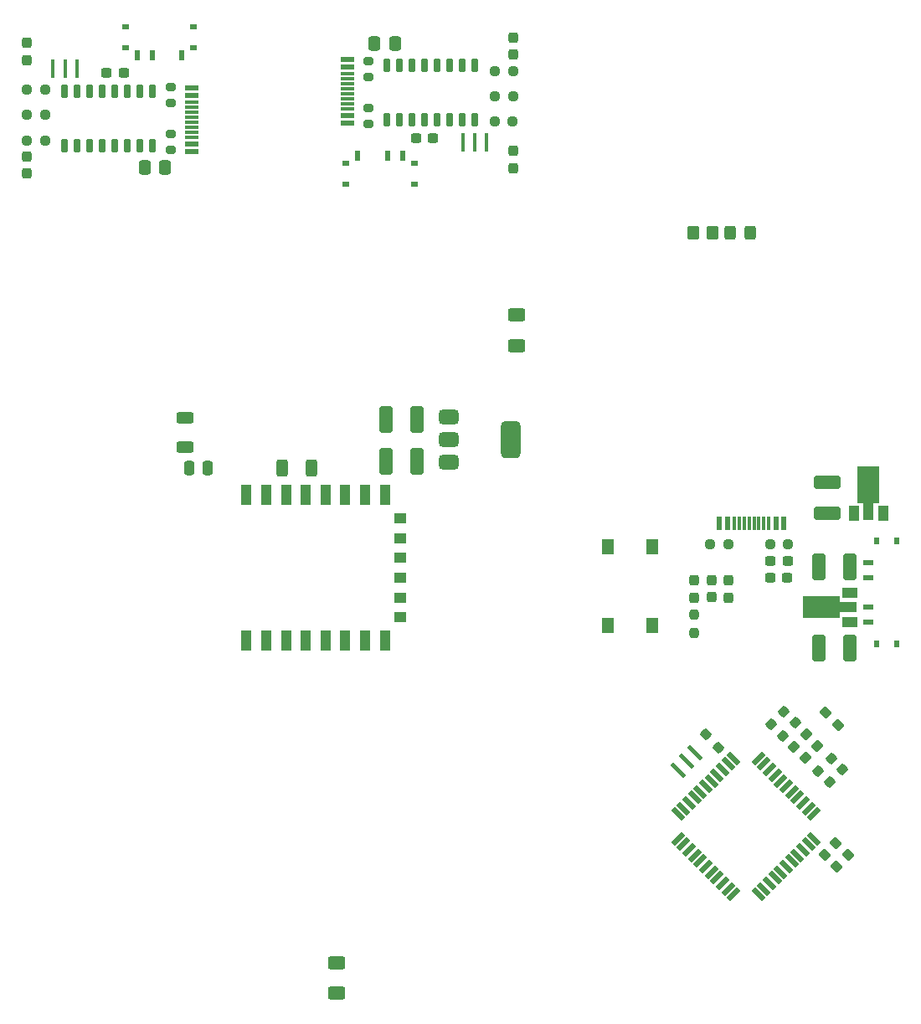
<source format=gbr>
%TF.GenerationSoftware,KiCad,Pcbnew,8.0.3*%
%TF.CreationDate,2024-09-09T16:29:24+03:00*%
%TF.ProjectId,JLC7,4a4c4337-2e6b-4696-9361-645f70636258,rev?*%
%TF.SameCoordinates,Original*%
%TF.FileFunction,Paste,Top*%
%TF.FilePolarity,Positive*%
%FSLAX46Y46*%
G04 Gerber Fmt 4.6, Leading zero omitted, Abs format (unit mm)*
G04 Created by KiCad (PCBNEW 8.0.3) date 2024-09-09 16:29:24*
%MOMM*%
%LPD*%
G01*
G04 APERTURE LIST*
G04 Aperture macros list*
%AMRoundRect*
0 Rectangle with rounded corners*
0 $1 Rounding radius*
0 $2 $3 $4 $5 $6 $7 $8 $9 X,Y pos of 4 corners*
0 Add a 4 corners polygon primitive as box body*
4,1,4,$2,$3,$4,$5,$6,$7,$8,$9,$2,$3,0*
0 Add four circle primitives for the rounded corners*
1,1,$1+$1,$2,$3*
1,1,$1+$1,$4,$5*
1,1,$1+$1,$6,$7*
1,1,$1+$1,$8,$9*
0 Add four rect primitives between the rounded corners*
20,1,$1+$1,$2,$3,$4,$5,0*
20,1,$1+$1,$4,$5,$6,$7,0*
20,1,$1+$1,$6,$7,$8,$9,0*
20,1,$1+$1,$8,$9,$2,$3,0*%
%AMRotRect*
0 Rectangle, with rotation*
0 The origin of the aperture is its center*
0 $1 length*
0 $2 width*
0 $3 Rotation angle, in degrees counterclockwise*
0 Add horizontal line*
21,1,$1,$2,0,0,$3*%
G04 Aperture macros list end*
%ADD10RoundRect,0.237500X0.044194X0.380070X-0.380070X-0.044194X-0.044194X-0.380070X0.380070X0.044194X0*%
%ADD11RoundRect,0.237500X-0.237500X0.300000X-0.237500X-0.300000X0.237500X-0.300000X0.237500X0.300000X0*%
%ADD12RoundRect,0.237500X0.250000X0.237500X-0.250000X0.237500X-0.250000X-0.237500X0.250000X-0.237500X0*%
%ADD13RoundRect,0.250000X-0.625000X0.400000X-0.625000X-0.400000X0.625000X-0.400000X0.625000X0.400000X0*%
%ADD14RoundRect,0.375000X-0.625000X-0.375000X0.625000X-0.375000X0.625000X0.375000X-0.625000X0.375000X0*%
%ADD15RoundRect,0.500000X-0.500000X-1.400000X0.500000X-1.400000X0.500000X1.400000X-0.500000X1.400000X0*%
%ADD16RoundRect,0.200000X-0.275000X0.200000X-0.275000X-0.200000X0.275000X-0.200000X0.275000X0.200000X0*%
%ADD17RoundRect,0.237500X-0.344715X0.008839X0.008839X-0.344715X0.344715X-0.008839X-0.008839X0.344715X0*%
%ADD18RoundRect,0.200000X0.275000X-0.200000X0.275000X0.200000X-0.275000X0.200000X-0.275000X-0.200000X0*%
%ADD19RoundRect,0.237500X0.237500X-0.287500X0.237500X0.287500X-0.237500X0.287500X-0.237500X-0.287500X0*%
%ADD20RoundRect,0.237500X0.237500X-0.250000X0.237500X0.250000X-0.237500X0.250000X-0.237500X-0.250000X0*%
%ADD21R,0.400000X1.900000*%
%ADD22RotRect,0.508000X1.473200X135.000000*%
%ADD23RotRect,0.508000X1.473200X45.000000*%
%ADD24RoundRect,0.237500X0.380070X-0.044194X-0.044194X0.380070X-0.380070X0.044194X0.044194X-0.380070X0*%
%ADD25RoundRect,0.237500X-0.237500X0.287500X-0.237500X-0.287500X0.237500X-0.287500X0.237500X0.287500X0*%
%ADD26RoundRect,0.237500X0.008839X0.344715X-0.344715X-0.008839X-0.008839X-0.344715X0.344715X0.008839X0*%
%ADD27RoundRect,0.237500X-0.250000X-0.237500X0.250000X-0.237500X0.250000X0.237500X-0.250000X0.237500X0*%
%ADD28R,1.000000X0.500000*%
%ADD29R,0.500000X0.800000*%
%ADD30R,0.500000X1.000000*%
%ADD31R,0.800000X0.500000*%
%ADD32R,1.500000X1.000000*%
%ADD33R,3.700000X2.200000*%
%ADD34R,1.800000X1.000000*%
%ADD35RoundRect,0.250000X0.412500X1.100000X-0.412500X1.100000X-0.412500X-1.100000X0.412500X-1.100000X0*%
%ADD36R,1.000000X1.500000*%
%ADD37R,2.200000X3.700000*%
%ADD38R,1.000000X1.800000*%
%ADD39RoundRect,0.250000X-0.337500X-0.475000X0.337500X-0.475000X0.337500X0.475000X-0.337500X0.475000X0*%
%ADD40RoundRect,0.237500X-0.380070X0.044194X0.044194X-0.380070X0.380070X-0.044194X-0.044194X0.380070X0*%
%ADD41RoundRect,0.237500X-0.044194X-0.380070X0.380070X0.044194X0.044194X0.380070X-0.380070X-0.044194X0*%
%ADD42R,0.600000X1.450000*%
%ADD43R,0.300000X1.450000*%
%ADD44RoundRect,0.250000X-0.312500X-0.625000X0.312500X-0.625000X0.312500X0.625000X-0.312500X0.625000X0*%
%ADD45R,0.990600X2.006600*%
%ADD46R,1.295400X0.990600*%
%ADD47RoundRect,0.250000X0.625000X-0.312500X0.625000X0.312500X-0.625000X0.312500X-0.625000X-0.312500X0*%
%ADD48RoundRect,0.237500X-0.008839X-0.344715X0.344715X0.008839X0.008839X0.344715X-0.344715X-0.008839X0*%
%ADD49RotRect,0.400000X1.900000X45.000000*%
%ADD50RoundRect,0.250000X0.337500X0.475000X-0.337500X0.475000X-0.337500X-0.475000X0.337500X-0.475000X0*%
%ADD51RoundRect,0.250000X0.250000X0.475000X-0.250000X0.475000X-0.250000X-0.475000X0.250000X-0.475000X0*%
%ADD52RoundRect,0.250000X-1.100000X0.412500X-1.100000X-0.412500X1.100000X-0.412500X1.100000X0.412500X0*%
%ADD53RoundRect,0.237500X-0.300000X-0.237500X0.300000X-0.237500X0.300000X0.237500X-0.300000X0.237500X0*%
%ADD54RoundRect,0.049600X0.260400X-0.605400X0.260400X0.605400X-0.260400X0.605400X-0.260400X-0.605400X0*%
%ADD55R,1.300000X1.550000*%
%ADD56RoundRect,0.250000X-0.350000X-0.450000X0.350000X-0.450000X0.350000X0.450000X-0.350000X0.450000X0*%
%ADD57R,1.450000X0.600000*%
%ADD58R,1.450000X0.300000*%
%ADD59RoundRect,0.237500X0.300000X0.237500X-0.300000X0.237500X-0.300000X-0.237500X0.300000X-0.237500X0*%
%ADD60RoundRect,0.049600X-0.260400X0.605400X-0.260400X-0.605400X0.260400X-0.605400X0.260400X0.605400X0*%
%ADD61RoundRect,0.237500X0.237500X-0.300000X0.237500X0.300000X-0.237500X0.300000X-0.237500X-0.300000X0*%
%ADD62RoundRect,0.250000X0.325000X0.450000X-0.325000X0.450000X-0.325000X-0.450000X0.325000X-0.450000X0*%
G04 APERTURE END LIST*
D10*
%TO.C,C9*%
X143407464Y-121351068D03*
X142187704Y-122570828D03*
%TD*%
D11*
%TO.C,C4*%
X63465000Y-61780000D03*
X63465000Y-63505000D03*
%TD*%
D12*
%TO.C,R1*%
X65297500Y-54992500D03*
X63472500Y-54992500D03*
%TD*%
D13*
%TO.C,R3*%
X94826320Y-143281180D03*
X94826320Y-146381180D03*
%TD*%
D14*
%TO.C,U4*%
X106110000Y-88127500D03*
X106110000Y-90427500D03*
D15*
X112410000Y-90427500D03*
D14*
X106110000Y-92727500D03*
%TD*%
D16*
%TO.C,R5*%
X98035000Y-56860000D03*
X98035000Y-58510000D03*
%TD*%
D17*
%TO.C,R4*%
X132109765Y-120237271D03*
X133400235Y-121527741D03*
%TD*%
D18*
%TO.C,R5*%
X78050000Y-56377500D03*
X78050000Y-54727500D03*
%TD*%
D19*
%TO.C,D3*%
X132685000Y-106359282D03*
X132685000Y-104609282D03*
%TD*%
D20*
%TO.C,R3*%
X130975000Y-109921782D03*
X130975000Y-108096782D03*
%TD*%
D21*
%TO.C,Y1*%
X68525000Y-52872500D03*
X67325000Y-52872500D03*
X66125000Y-52872500D03*
%TD*%
D22*
%TO.C,U1*%
X143073876Y-128283231D03*
X142517100Y-127726455D03*
X141942364Y-127151718D03*
X141385588Y-126594943D03*
X140810852Y-126020206D03*
X140254076Y-125463430D03*
X139697300Y-124906654D03*
X139122563Y-124331918D03*
X138565788Y-123775142D03*
X137991051Y-123200406D03*
X137434275Y-122643630D03*
D23*
X134955725Y-122643630D03*
X134398949Y-123200406D03*
X133824212Y-123775142D03*
X133267437Y-124331918D03*
X132692700Y-124906654D03*
X132135924Y-125463430D03*
X131579148Y-126020206D03*
X131004412Y-126594943D03*
X130447636Y-127151718D03*
X129872900Y-127726455D03*
X129316124Y-128283231D03*
D22*
X129316124Y-130761781D03*
X129872900Y-131318557D03*
X130447636Y-131893294D03*
X131004412Y-132450069D03*
X131579148Y-133024806D03*
X132135924Y-133581582D03*
X132692700Y-134138358D03*
X133267437Y-134713094D03*
X133824212Y-135269870D03*
X134398949Y-135844606D03*
X134955725Y-136401382D03*
D23*
X137434275Y-136401382D03*
X137991051Y-135844606D03*
X138565788Y-135269870D03*
X139122563Y-134713094D03*
X139697300Y-134138358D03*
X140254076Y-133581582D03*
X140810852Y-133024806D03*
X141385588Y-132450069D03*
X141942364Y-131893294D03*
X142517100Y-131318557D03*
X143073876Y-130761781D03*
%TD*%
D24*
%TO.C,C10*%
X145477464Y-119260828D03*
X144257704Y-118041068D03*
%TD*%
D21*
%TO.C,Y1*%
X107560000Y-60365000D03*
X108760000Y-60365000D03*
X109960000Y-60365000D03*
%TD*%
D19*
%TO.C,D1*%
X130975000Y-106371782D03*
X130975000Y-104621782D03*
%TD*%
D25*
%TO.C,D1*%
X63455000Y-50257500D03*
X63455000Y-52007500D03*
%TD*%
D26*
%TO.C,R7*%
X140030235Y-117904047D03*
X138739765Y-119194517D03*
%TD*%
D27*
%TO.C,R1*%
X138612500Y-101012506D03*
X140437500Y-101012506D03*
%TD*%
D28*
%TO.C,SW1*%
X148574765Y-108862271D03*
X148574765Y-107362271D03*
X148574765Y-104362271D03*
X148574765Y-102862271D03*
D29*
X149374765Y-100662271D03*
X151474765Y-100662271D03*
X151474765Y-111062271D03*
X149374765Y-111062271D03*
%TD*%
D19*
%TO.C,D1*%
X112630000Y-62980000D03*
X112630000Y-61230000D03*
%TD*%
D30*
%TO.C,SW1*%
X96940000Y-61675000D03*
X99940000Y-61675000D03*
X101440000Y-61675000D03*
D31*
X102640000Y-62475000D03*
X102640000Y-64575000D03*
X95740000Y-64575000D03*
X95740000Y-62475000D03*
%TD*%
D32*
%TO.C,U3*%
X146697265Y-108858521D03*
D33*
X143797265Y-107358521D03*
D34*
X146547265Y-107358521D03*
D32*
X146697265Y-105858521D03*
%TD*%
D35*
%TO.C,C3*%
X146699765Y-111468521D03*
X143574765Y-111468521D03*
%TD*%
D36*
%TO.C,U2*%
X147085000Y-97842506D03*
D37*
X148585000Y-94942506D03*
D38*
X148585000Y-97692506D03*
D36*
X150085000Y-97842506D03*
%TD*%
D39*
%TO.C,C5*%
X75397500Y-62915000D03*
X77472500Y-62915000D03*
%TD*%
D13*
%TO.C,R2*%
X112955000Y-77800000D03*
X112955000Y-80900000D03*
%TD*%
D40*
%TO.C,C7*%
X144141111Y-132377450D03*
X145360871Y-133597210D03*
%TD*%
D41*
%TO.C,C8*%
X141035120Y-121432386D03*
X142254880Y-120212626D03*
%TD*%
D18*
%TO.C,R4*%
X98045000Y-53760000D03*
X98045000Y-52110000D03*
%TD*%
D42*
%TO.C,J1*%
X140005000Y-98857506D03*
X139205000Y-98857506D03*
D43*
X138005000Y-98857506D03*
X137005000Y-98857506D03*
X136505000Y-98857506D03*
X135505000Y-98857506D03*
D42*
X133505000Y-98857506D03*
X134305000Y-98857506D03*
D43*
X135005000Y-98857506D03*
X136005000Y-98857506D03*
X137505000Y-98857506D03*
X138505000Y-98857506D03*
%TD*%
D26*
%TO.C,R8*%
X141176052Y-119052429D03*
X139885582Y-120342899D03*
%TD*%
D44*
%TO.C,R4*%
X89297802Y-93295300D03*
X92222802Y-93295300D03*
%TD*%
D45*
%TO.C,U1*%
X85680002Y-110715002D03*
X87680001Y-110715002D03*
X89680002Y-110715002D03*
X91680000Y-110715002D03*
X93680002Y-110715002D03*
X95680000Y-110715002D03*
X97680001Y-110715002D03*
X99680000Y-110715002D03*
D46*
X101205001Y-108365001D03*
X101205001Y-106365000D03*
X101205001Y-104365002D03*
X101205001Y-102365000D03*
X101205001Y-100365002D03*
X101205001Y-98365001D03*
D45*
X99680000Y-96015000D03*
X97680001Y-96015000D03*
X95680000Y-96015000D03*
X93680002Y-96015000D03*
X91680000Y-96015000D03*
X89680002Y-96015000D03*
X87680001Y-96015000D03*
X85680000Y-96015000D03*
%TD*%
D35*
%TO.C,C1*%
X146699765Y-103238521D03*
X143574765Y-103238521D03*
%TD*%
D47*
%TO.C,R1*%
X79485302Y-91132800D03*
X79485302Y-88207800D03*
%TD*%
D48*
%TO.C,R5*%
X143497619Y-123933776D03*
X144788089Y-122643306D03*
%TD*%
D49*
%TO.C,Y1*%
X129326472Y-123801034D03*
X130175000Y-122952506D03*
X131023528Y-122103978D03*
%TD*%
D50*
%TO.C,C5*%
X100687500Y-50322500D03*
X98612500Y-50322500D03*
%TD*%
D51*
%TO.C,C1*%
X81780000Y-93290000D03*
X79880000Y-93290000D03*
%TD*%
D27*
%TO.C,R3*%
X63462500Y-60132500D03*
X65287500Y-60132500D03*
%TD*%
D48*
%TO.C,R6*%
X144628990Y-125065147D03*
X145919460Y-123774677D03*
%TD*%
D52*
%TO.C,C6*%
X144425000Y-94717506D03*
X144425000Y-97842506D03*
%TD*%
D35*
%TO.C,C3*%
X102892500Y-88352500D03*
X99767500Y-88352500D03*
%TD*%
D53*
%TO.C,C4*%
X138662500Y-102642506D03*
X140387500Y-102642506D03*
%TD*%
D35*
%TO.C,C2*%
X102892500Y-92602500D03*
X99767500Y-92602500D03*
%TD*%
D54*
%TO.C,U3*%
X99880000Y-58055000D03*
X101150000Y-58055000D03*
X102420000Y-58055000D03*
X103690000Y-58055000D03*
X104960000Y-58055000D03*
X106230000Y-58055000D03*
X107500000Y-58055000D03*
X108770000Y-58055000D03*
X108770000Y-52555000D03*
X107500000Y-52555000D03*
X106230000Y-52555000D03*
X104960000Y-52555000D03*
X103690000Y-52555000D03*
X102420000Y-52555000D03*
X101150000Y-52555000D03*
X99880000Y-52555000D03*
%TD*%
D53*
%TO.C,C3*%
X71542500Y-53312500D03*
X73267500Y-53312500D03*
%TD*%
D55*
%TO.C,SW2*%
X122205000Y-109194282D03*
X122205000Y-101244282D03*
X126705000Y-109194282D03*
X126705000Y-101244282D03*
%TD*%
D16*
%TO.C,R4*%
X78040000Y-59477500D03*
X78040000Y-61127500D03*
%TD*%
D12*
%TO.C,R3*%
X112622500Y-53105000D03*
X110797500Y-53105000D03*
%TD*%
D30*
%TO.C,SW1*%
X79145000Y-51562500D03*
X76145000Y-51562500D03*
X74645000Y-51562500D03*
D31*
X73445000Y-50762500D03*
X73445000Y-48662500D03*
X80345000Y-48662500D03*
X80345000Y-50762500D03*
%TD*%
D56*
%TO.C,R3*%
X130837500Y-69452500D03*
X132837500Y-69452500D03*
%TD*%
D24*
%TO.C,C11*%
X146494880Y-132422386D03*
X145275120Y-131202626D03*
%TD*%
D57*
%TO.C,J2*%
X80175000Y-61312500D03*
X80175000Y-60512500D03*
D58*
X80175000Y-59312500D03*
X80175000Y-58312500D03*
X80175000Y-57812500D03*
X80175000Y-56812500D03*
D57*
X80175000Y-54812500D03*
X80175000Y-55612500D03*
D58*
X80175000Y-56312500D03*
X80175000Y-57312500D03*
X80175000Y-58812500D03*
X80175000Y-59812500D03*
%TD*%
D59*
%TO.C,C3*%
X104542500Y-59925000D03*
X102817500Y-59925000D03*
%TD*%
D60*
%TO.C,U3*%
X76205000Y-55182500D03*
X74935000Y-55182500D03*
X73665000Y-55182500D03*
X72395000Y-55182500D03*
X71125000Y-55182500D03*
X69855000Y-55182500D03*
X68585000Y-55182500D03*
X67315000Y-55182500D03*
X67315000Y-60682500D03*
X68585000Y-60682500D03*
X69855000Y-60682500D03*
X71125000Y-60682500D03*
X72395000Y-60682500D03*
X73665000Y-60682500D03*
X74935000Y-60682500D03*
X76205000Y-60682500D03*
%TD*%
D61*
%TO.C,C4*%
X112620000Y-51457500D03*
X112620000Y-49732500D03*
%TD*%
D57*
%TO.C,J2*%
X95910000Y-51925000D03*
X95910000Y-52725000D03*
D58*
X95910000Y-53925000D03*
X95910000Y-54925000D03*
X95910000Y-55425000D03*
X95910000Y-56425000D03*
D57*
X95910000Y-58425000D03*
X95910000Y-57625000D03*
D58*
X95910000Y-56925000D03*
X95910000Y-55925000D03*
X95910000Y-54425000D03*
X95910000Y-53425000D03*
%TD*%
D27*
%TO.C,R1*%
X110787500Y-58245000D03*
X112612500Y-58245000D03*
%TD*%
D62*
%TO.C,D1*%
X136645000Y-69462500D03*
X134595000Y-69462500D03*
%TD*%
D12*
%TO.C,R2*%
X112622500Y-55655000D03*
X110797500Y-55655000D03*
%TD*%
D19*
%TO.C,D2*%
X134375000Y-106364282D03*
X134375000Y-104614282D03*
%TD*%
D12*
%TO.C,R2*%
X134395000Y-101012506D03*
X132570000Y-101012506D03*
%TD*%
D27*
%TO.C,R2*%
X63462500Y-57582500D03*
X65287500Y-57582500D03*
%TD*%
D53*
%TO.C,C2*%
X138637500Y-104355006D03*
X140362500Y-104355006D03*
%TD*%
M02*

</source>
